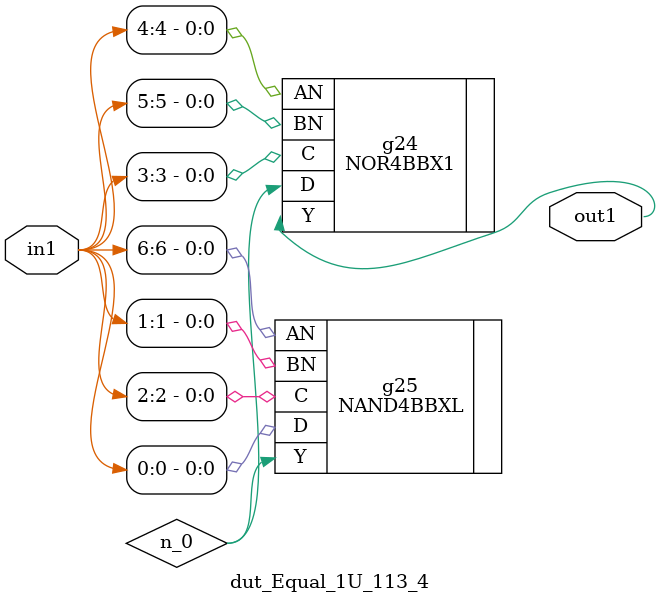
<source format=v>
`timescale 1ps / 1ps


module dut_Equal_1U_113_4(in1, out1);
  input [6:0] in1;
  output out1;
  wire [6:0] in1;
  wire out1;
  wire n_0;
  NOR4BBX1 g24(.AN (in1[4]), .BN (in1[5]), .C (in1[3]), .D (n_0), .Y
       (out1));
  NAND4BBXL g25(.AN (in1[6]), .BN (in1[1]), .C (in1[2]), .D (in1[0]),
       .Y (n_0));
endmodule



</source>
